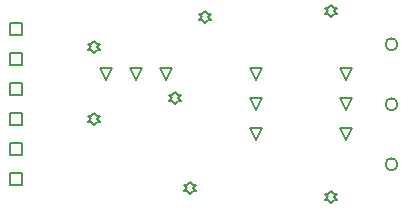
<source format=gbr>
%TF.GenerationSoftware,Altium Limited,Altium Designer,21.3.0 (21)*%
G04 Layer_Color=2752767*
%FSLAX45Y45*%
%MOMM*%
%TF.SameCoordinates,FC24DA46-C209-461C-A341-196A143AB96F*%
%TF.FilePolarity,Positive*%
%TF.FileFunction,Drawing*%
%TF.Part,Single*%
G01*
G75*
%TA.AperFunction,NonConductor*%
%ADD38C,0.12700*%
%ADD54C,0.16933*%
D38*
X22809200Y19126199D02*
Y19227800D01*
X22910800D01*
Y19126199D01*
X22809200D01*
Y19380200D02*
Y19481799D01*
X22910800D01*
Y19380200D01*
X22809200D01*
Y19634200D02*
Y19735800D01*
X22910800D01*
Y19634200D01*
X22809200D01*
Y19888200D02*
Y19989799D01*
X22910800D01*
Y19888200D01*
X22809200D01*
Y20396201D02*
Y20497800D01*
X22910800D01*
Y20396201D01*
X22809200D01*
Y20142200D02*
Y20243800D01*
X22910800D01*
Y20142200D01*
X22809200D01*
X25654001Y20015199D02*
X25603201Y20116800D01*
X25704800D01*
X25654001Y20015199D01*
Y19761200D02*
X25603201Y19862801D01*
X25704800D01*
X25654001Y19761200D01*
Y19507201D02*
X25603201Y19608800D01*
X25704800D01*
X25654001Y19507201D01*
X24130000Y20015199D02*
X24079201Y20116800D01*
X24180800D01*
X24130000Y20015199D01*
X23875999D02*
X23825200Y20116800D01*
X23926801D01*
X23875999Y20015199D01*
X23622000D02*
X23571201Y20116800D01*
X23672800D01*
X23622000Y20015199D01*
X24892000Y19507201D02*
X24841200Y19608800D01*
X24942799D01*
X24892000Y19507201D01*
Y19761200D02*
X24841200Y19862801D01*
X24942799D01*
X24892000Y19761200D01*
Y20015199D02*
X24841200Y20116800D01*
X24942799D01*
X24892000Y20015199D01*
X23520399Y19634200D02*
X23545799Y19659599D01*
X23571201D01*
X23545799Y19685001D01*
X23571201Y19710400D01*
X23545799D01*
X23520399Y19735800D01*
X23495000Y19710400D01*
X23469600D01*
X23495000Y19685001D01*
X23469600Y19659599D01*
X23495000D01*
X23520399Y19634200D01*
Y20243800D02*
X23545799Y20269200D01*
X23571201D01*
X23545799Y20294600D01*
X23571201Y20320000D01*
X23545799D01*
X23520399Y20345399D01*
X23495000Y20320000D01*
X23469600D01*
X23495000Y20294600D01*
X23469600Y20269200D01*
X23495000D01*
X23520399Y20243800D01*
X24206200Y19812000D02*
X24231599Y19837399D01*
X24257001D01*
X24231599Y19862801D01*
X24257001Y19888200D01*
X24231599D01*
X24206200Y19913600D01*
X24180800Y19888200D01*
X24155400D01*
X24180800Y19862801D01*
X24155400Y19837399D01*
X24180800D01*
X24206200Y19812000D01*
X24333200Y19050000D02*
X24358600Y19075400D01*
X24384000D01*
X24358600Y19100800D01*
X24384000Y19126199D01*
X24358600D01*
X24333200Y19151601D01*
X24307800Y19126199D01*
X24282401D01*
X24307800Y19100800D01*
X24282401Y19075400D01*
X24307800D01*
X24333200Y19050000D01*
X24460201Y20497800D02*
X24485600Y20523199D01*
X24511000D01*
X24485600Y20548599D01*
X24511000Y20574001D01*
X24485600D01*
X24460201Y20599400D01*
X24434801Y20574001D01*
X24409399D01*
X24434801Y20548599D01*
X24409399Y20523199D01*
X24434801D01*
X24460201Y20497800D01*
X25527000Y18973801D02*
X25552400Y18999200D01*
X25577800D01*
X25552400Y19024600D01*
X25577800Y19050000D01*
X25552400D01*
X25527000Y19075400D01*
X25501601Y19050000D01*
X25476199D01*
X25501601Y19024600D01*
X25476199Y18999200D01*
X25501601D01*
X25527000Y18973801D01*
Y20548599D02*
X25552400Y20574001D01*
X25577800D01*
X25552400Y20599400D01*
X25577800Y20624800D01*
X25552400D01*
X25527000Y20650200D01*
X25501601Y20624800D01*
X25476199D01*
X25501601Y20599400D01*
X25476199Y20574001D01*
X25501601D01*
X25527000Y20548599D01*
D54*
X26085800Y19303999D02*
G03*
X26085800Y19303999I-50800J0D01*
G01*
Y19812000D02*
G03*
X26085800Y19812000I-50800J0D01*
G01*
Y20320000D02*
G03*
X26085800Y20320000I-50800J0D01*
G01*
%TF.MD5,bf611aa3427c381fa8ecbcbd75e096ca*%
M02*

</source>
